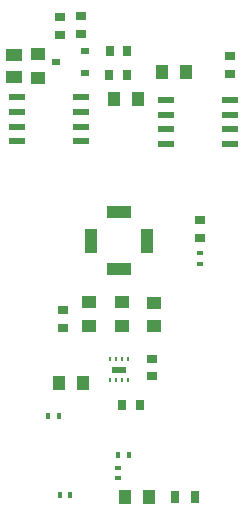
<source format=gtp>
G04*
G04 #@! TF.GenerationSoftware,Altium Limited,Altium Designer,18.1.5 (160)*
G04*
G04 Layer_Color=8421504*
%FSLAX25Y25*%
%MOIN*%
G70*
G01*
G75*
%ADD17R,0.01575X0.02362*%
%ADD18R,0.05709X0.02362*%
%ADD19R,0.03347X0.03150*%
%ADD20R,0.03937X0.04921*%
%ADD21R,0.05315X0.03858*%
%ADD22R,0.03150X0.03937*%
%ADD23R,0.02362X0.01575*%
%ADD24R,0.04331X0.07874*%
%ADD25R,0.07874X0.04331*%
%ADD26R,0.04724X0.02441*%
%ADD27R,0.01063X0.01457*%
%ADD28R,0.04921X0.03937*%
%ADD29R,0.02559X0.02165*%
%ADD30R,0.03150X0.03347*%
D17*
X31693Y-189665D02*
D03*
X28150D02*
D03*
X35433Y-215945D02*
D03*
X31890D02*
D03*
X55020Y-202606D02*
D03*
X51476D02*
D03*
D18*
X67480Y-84130D02*
D03*
Y-89051D02*
D03*
Y-93972D02*
D03*
Y-98894D02*
D03*
X88740Y-84130D02*
D03*
Y-93972D02*
D03*
Y-98894D02*
D03*
Y-89051D02*
D03*
X38976Y-88090D02*
D03*
Y-97933D02*
D03*
Y-93012D02*
D03*
Y-83169D02*
D03*
X17717Y-97933D02*
D03*
Y-93012D02*
D03*
Y-88090D02*
D03*
Y-83169D02*
D03*
D19*
X88705Y-75559D02*
D03*
Y-69653D02*
D03*
X33071Y-154331D02*
D03*
Y-160236D02*
D03*
X62795Y-170374D02*
D03*
Y-176279D02*
D03*
X38878Y-56299D02*
D03*
Y-62205D02*
D03*
X32185Y-56496D02*
D03*
Y-62402D02*
D03*
X78705Y-124244D02*
D03*
Y-130150D02*
D03*
D20*
X39567Y-178347D02*
D03*
X31693D02*
D03*
X61642Y-216606D02*
D03*
X53768D02*
D03*
X50197Y-83858D02*
D03*
X58071D02*
D03*
X66043Y-74803D02*
D03*
X73917D02*
D03*
D21*
X16634Y-76575D02*
D03*
Y-69213D02*
D03*
D22*
X76953Y-216606D02*
D03*
X70457D02*
D03*
D23*
X51378Y-206693D02*
D03*
Y-210236D02*
D03*
X78543Y-138878D02*
D03*
Y-135335D02*
D03*
D24*
X42256Y-131055D02*
D03*
X61154D02*
D03*
D25*
X51705Y-121606D02*
D03*
Y-140504D02*
D03*
D26*
X51750Y-174063D02*
D03*
D27*
X50766Y-177606D02*
D03*
X52734D02*
D03*
X54703D02*
D03*
X48797D02*
D03*
Y-170519D02*
D03*
X52734D02*
D03*
X54703D02*
D03*
X50766D02*
D03*
D28*
X41810Y-159480D02*
D03*
Y-151606D02*
D03*
X52705D02*
D03*
Y-159480D02*
D03*
X63299Y-151764D02*
D03*
Y-159638D02*
D03*
X24556Y-68870D02*
D03*
Y-76744D02*
D03*
D29*
X40256Y-75295D02*
D03*
Y-67815D02*
D03*
X30748Y-71555D02*
D03*
D30*
X48524Y-75803D02*
D03*
X54429D02*
D03*
X48622Y-67815D02*
D03*
X54528D02*
D03*
X58760Y-185925D02*
D03*
X52854D02*
D03*
M02*

</source>
